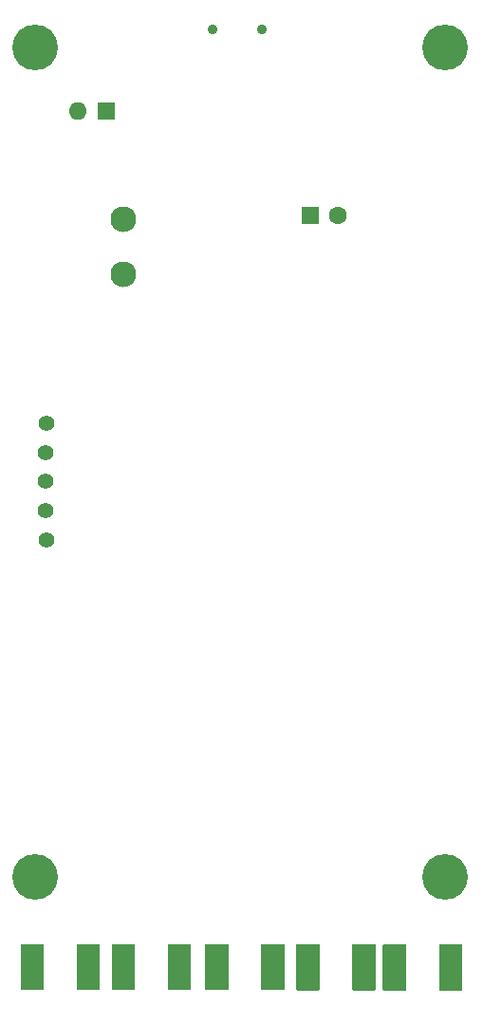
<source format=gbr>
%TF.GenerationSoftware,KiCad,Pcbnew,5.1.8*%
%TF.CreationDate,2020-12-02T12:44:59+08:00*%
%TF.ProjectId,msisdr,6d736973-6472-42e6-9b69-6361645f7063,rev?*%
%TF.SameCoordinates,Original*%
%TF.FileFunction,Soldermask,Bot*%
%TF.FilePolarity,Negative*%
%FSLAX46Y46*%
G04 Gerber Fmt 4.6, Leading zero omitted, Abs format (unit mm)*
G04 Created by KiCad (PCBNEW 5.1.8) date 2020-12-02 12:44:59*
%MOMM*%
%LPD*%
G01*
G04 APERTURE LIST*
%ADD10C,4.064000*%
%ADD11R,1.600000X1.600000*%
%ADD12C,1.600000*%
%ADD13C,0.900000*%
%ADD14C,2.300000*%
%ADD15C,1.400000*%
%ADD16O,1.600000X1.600000*%
G04 APERTURE END LIST*
D10*
%TO.C,REF\u002A\u002A*%
X154500000Y-124000000D03*
%TD*%
%TO.C,REF\u002A\u002A*%
X118000000Y-124000000D03*
%TD*%
%TO.C,REF\u002A\u002A*%
X154500000Y-50000000D03*
%TD*%
%TO.C,REF\u002A\u002A*%
X118000000Y-50000000D03*
%TD*%
D11*
%TO.C,C35*%
X142499000Y-64986000D03*
D12*
X144999000Y-64986000D03*
%TD*%
%TO.C,J6*%
G36*
G01*
X131829000Y-134126000D02*
X129829000Y-134126000D01*
G75*
G02*
X129779000Y-134076000I0J50000D01*
G01*
X129779000Y-130076000D01*
G75*
G02*
X129829000Y-130026000I50000J0D01*
G01*
X131829000Y-130026000D01*
G75*
G02*
X131879000Y-130076000I0J-50000D01*
G01*
X131879000Y-134076000D01*
G75*
G02*
X131829000Y-134126000I-50000J0D01*
G01*
G37*
G36*
G01*
X126829000Y-134126000D02*
X124829000Y-134126000D01*
G75*
G02*
X124779000Y-134076000I0J50000D01*
G01*
X124779000Y-130076000D01*
G75*
G02*
X124829000Y-130026000I50000J0D01*
G01*
X126829000Y-130026000D01*
G75*
G02*
X126879000Y-130076000I0J-50000D01*
G01*
X126879000Y-134076000D01*
G75*
G02*
X126829000Y-134126000I-50000J0D01*
G01*
G37*
%TD*%
%TO.C,J7*%
G36*
G01*
X148300320Y-134144600D02*
X146300320Y-134144600D01*
G75*
G02*
X146250320Y-134094600I0J50000D01*
G01*
X146250320Y-130094600D01*
G75*
G02*
X146300320Y-130044600I50000J0D01*
G01*
X148300320Y-130044600D01*
G75*
G02*
X148350320Y-130094600I0J-50000D01*
G01*
X148350320Y-134094600D01*
G75*
G02*
X148300320Y-134144600I-50000J0D01*
G01*
G37*
G36*
G01*
X143300320Y-134144600D02*
X141300320Y-134144600D01*
G75*
G02*
X141250320Y-134094600I0J50000D01*
G01*
X141250320Y-130094600D01*
G75*
G02*
X141300320Y-130044600I50000J0D01*
G01*
X143300320Y-130044600D01*
G75*
G02*
X143350320Y-130094600I0J-50000D01*
G01*
X143350320Y-134094600D01*
G75*
G02*
X143300320Y-134144600I-50000J0D01*
G01*
G37*
%TD*%
%TO.C,J8*%
G36*
G01*
X123705500Y-134119200D02*
X121705500Y-134119200D01*
G75*
G02*
X121655500Y-134069200I0J50000D01*
G01*
X121655500Y-130069200D01*
G75*
G02*
X121705500Y-130019200I50000J0D01*
G01*
X123705500Y-130019200D01*
G75*
G02*
X123755500Y-130069200I0J-50000D01*
G01*
X123755500Y-134069200D01*
G75*
G02*
X123705500Y-134119200I-50000J0D01*
G01*
G37*
G36*
G01*
X118705500Y-134119200D02*
X116705500Y-134119200D01*
G75*
G02*
X116655500Y-134069200I0J50000D01*
G01*
X116655500Y-130069200D01*
G75*
G02*
X116705500Y-130019200I50000J0D01*
G01*
X118705500Y-130019200D01*
G75*
G02*
X118755500Y-130069200I0J-50000D01*
G01*
X118755500Y-134069200D01*
G75*
G02*
X118705500Y-134119200I-50000J0D01*
G01*
G37*
%TD*%
%TO.C,J9*%
G36*
G01*
X140202800Y-134119200D02*
X138202800Y-134119200D01*
G75*
G02*
X138152800Y-134069200I0J50000D01*
G01*
X138152800Y-130069200D01*
G75*
G02*
X138202800Y-130019200I50000J0D01*
G01*
X140202800Y-130019200D01*
G75*
G02*
X140252800Y-130069200I0J-50000D01*
G01*
X140252800Y-134069200D01*
G75*
G02*
X140202800Y-134119200I-50000J0D01*
G01*
G37*
G36*
G01*
X135202800Y-134119200D02*
X133202800Y-134119200D01*
G75*
G02*
X133152800Y-134069200I0J50000D01*
G01*
X133152800Y-130069200D01*
G75*
G02*
X133202800Y-130019200I50000J0D01*
G01*
X135202800Y-130019200D01*
G75*
G02*
X135252800Y-130069200I0J-50000D01*
G01*
X135252800Y-134069200D01*
G75*
G02*
X135202800Y-134119200I-50000J0D01*
G01*
G37*
%TD*%
%TO.C,J10*%
G36*
G01*
X156039700Y-134172540D02*
X154039700Y-134172540D01*
G75*
G02*
X153989700Y-134122540I0J50000D01*
G01*
X153989700Y-130122540D01*
G75*
G02*
X154039700Y-130072540I50000J0D01*
G01*
X156039700Y-130072540D01*
G75*
G02*
X156089700Y-130122540I0J-50000D01*
G01*
X156089700Y-134122540D01*
G75*
G02*
X156039700Y-134172540I-50000J0D01*
G01*
G37*
G36*
G01*
X151039700Y-134172540D02*
X149039700Y-134172540D01*
G75*
G02*
X148989700Y-134122540I0J50000D01*
G01*
X148989700Y-130122540D01*
G75*
G02*
X149039700Y-130072540I50000J0D01*
G01*
X151039700Y-130072540D01*
G75*
G02*
X151089700Y-130122540I0J-50000D01*
G01*
X151089700Y-134122540D01*
G75*
G02*
X151039700Y-134172540I-50000J0D01*
G01*
G37*
%TD*%
D13*
%TO.C,J11*%
X138219000Y-48396000D03*
X133819000Y-48396000D03*
%TD*%
D14*
%TO.C,Y1*%
X125809000Y-70236000D03*
X125809000Y-65336000D03*
%TD*%
D15*
%TO.C,J1*%
X118949000Y-83556000D03*
%TD*%
%TO.C,J2*%
X118929000Y-86156000D03*
%TD*%
%TO.C,J3*%
X118869000Y-88746000D03*
%TD*%
%TO.C,J4*%
X118899000Y-91336000D03*
%TD*%
%TO.C,J5*%
X118979000Y-93966000D03*
%TD*%
D11*
%TO.C,D5*%
X124290000Y-55740000D03*
D16*
X121750000Y-55740000D03*
%TD*%
M02*

</source>
